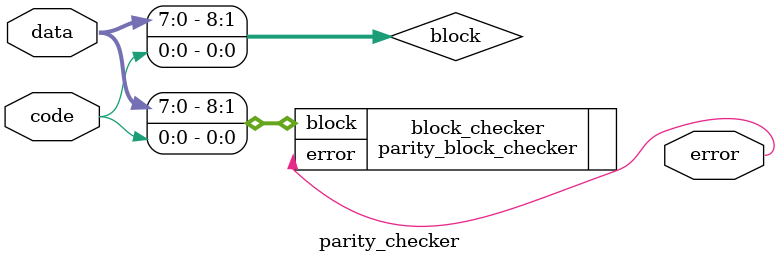
<source format=v>



module parity_checker #(
  parameter DATA_WIDTH = 8
) (
  input [DATA_WIDTH-1:0] data,
  input                  code,
  output                 error
);

wire [DATA_WIDTH:0] block = {data, code};

parity_block_checker #(
  .DATA_WIDTH ( DATA_WIDTH )
) block_checker (
  .block ( block ),
  .error ( error )
);

endmodule

</source>
